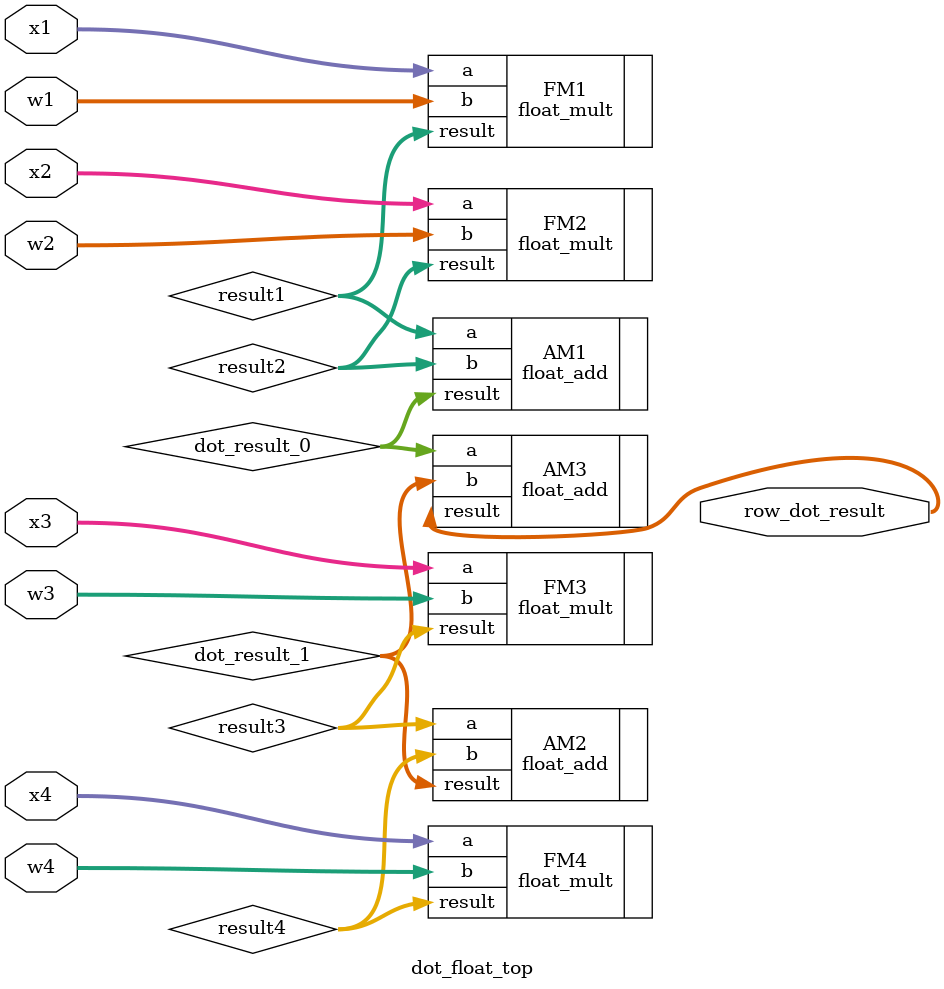
<source format=v>
`timescale 1ns / 1ps
module core_16_top #(
	parameter data_width = 8
)
(
	input clk,
	input rst,
	// Data from USB (dfu) to FPGA
   input [31:0]  dfu_dout,
   input         dfu_empty,
   output reg    dfu_rd_en,
   input         dfu_valid,

   // Data to USB (from FPGA) FIFO
   input         dtu_full,
   output [7:0]  dtu_din,
   output reg    dtu_wr_en,
   input         dtu_wr_ack
    );

	//Packet
	reg  [5:0] coreID;
	reg  [7:0] command;
	reg  [1:0] idx_r;
	reg  [1:0] idx_c;
	reg  [7:0] value;
	
	//States
	reg  [3:0] curr_state, next_state, curr_state_2, next_state_2;
	
	//Flags										
	reg in_ram_din_wren;
	reg w_ram_din_wren;
	reg done_matmul;
	
	//Input_ram variables
	wire [1:0]  input_ram_addr;
	wire [31:0] input_ram_dout;
	wire [31:0] input_ram_din;
	reg  [3:0]  input_ram_wren;
	reg  [31:0] input_pad_data;
	wire [3:0]  decoded_row;
	reg  [7:0]   data_output;
	
	//Weight_ram variables
	wire [31:0] weight_ram_dout;
	wire [31:0] weight_ram_din;
	reg  [3:0]  weight_ram_wren;
	wire [3:0]  weight_ram_addr;
	reg  [31:0] weight_pad_data;
	
	//Result_ram variables
	wire [1:0]    result_ram_addr;
	wire [7:0]    result_ram_din;
	wire [7:0]    result_ram_dout;
	wire          result_ram_wren;
	
	//Matmul variables
	wire  [7:0]    data_0_sel;     
	wire  [7:0]    data_1_sel;
	wire  [7:0]    data_2_sel; 	
	wire  [7:0]    data_3_sel; 
	wire  [7:0]    weight_0_sel;  
	wire  [7:0]    weight_1_sel;
	wire  [7:0]    weight_2_sel; 
	wire  [7:0]    weight_3_sel; 
	
	reg  jump; // Flag
	reg  [7:0] acc_reg;
	wire [7:0] acc;
	reg  start;
	reg  [1:0] delay_counter_reg_1;
	reg  [1:0] delay_counter_reg_2;
	
	reg  reset_counters;
	reg  [3:0]   weight_counter;
	reg  [1:0]   row_counter;
	reg  [1:0]   output_counter;
	
	wire [7:0] row_dot_result;
	reg        delayed_reset;
	
	//instantiations
	input_RAM in_ram (
	  .clka   (clk),      // input clka
	  .wea    (input_ram_wren), // input  [3 : 0] wea
	  .addra  (input_ram_addr), // input  [1 : 0] addra
	  .dina   (input_ram_din),  // input  [31: 0] dina
	  .douta  (input_ram_dout)  // output [31: 0] douta
	);
	
	weight_RAM w_ram (
	  .clka   (clk),      // input clka
	  .wea    (weight_ram_wren), // input  [3 : 0]  wea
	  .addra  (weight_ram_addr), // input  [15 : 0] addra
	  .dina   (weight_ram_din),  // input  [31 : 0] dina
	  .douta  (weight_ram_dout)  // output [31 : 0] douta
	);
	
	out_RAM r_ram (
	  .clka   (clk),      // input clka
	  .wea    (result_ram_wren), // input  [0 : 0] wea
	  .addra  (result_ram_addr), // input  [3 : 0] addra
	  .dina   (result_ram_din),  // input  [7 : 0] dina
	  .douta  (result_ram_dout)  // output [7 : 0] douta
	);

	decoder2to4 decoder2to4(
		.a     (idx_c),
		.b     (decoded_row)
	);
	
	dot_float_top matmul (
		.x1(data_0_sel),
		.w1(weight_0_sel),
		.x2(data_1_sel),
		.w2(weight_1_sel),
		.x3(data_2_sel),
		.w3(weight_2_sel),
		.x4(data_3_sel),
		.w4(weight_3_sel),
		.row_dot_result(row_dot_result)
	);
	
	float_add acc_add (
	  .a(row_dot_result), // input [7 : 0] a
	  .b(acc_reg), // input [7 : 0] b
	  .result(acc) // output [7 : 0] result
	);
	
	//State Variables
	//FSM1
	parameter STATE_RESET             = 4'd0;
   parameter STATE_IDLE              = 4'd1;
   parameter STATE_GET_PACKET        = 4'd2;
   parameter STATE_VER_CMD           = 4'd3;
	parameter STATE_WRITE_IN_DATA_0   = 4'd4;
   parameter STATE_WRITE_IN_DATA_1   = 4'd5;
   parameter STATE_READ_IN_DATA      = 4'd6;
	parameter STATE_WRITE_W_DATA_0    = 4'd8;
	parameter STATE_WRITE_W_DATA_1    = 4'd9;
	parameter STATE_READ_W_DATA       = 4'd10;
	parameter STATE_READ_O_DATA       = 4'd11;
	parameter STATE_MATMUL            = 4'd12;
	
	//FSM2
	parameter STATE_FSM2_RESET             = 4'd0;
	parameter STATE_FSM2_PROCESS           = 4'd1;
	parameter STATE_FSM2_DONE              = 4'd2;
	
	//Assignments
	assign input_ram_din   = input_pad_data;        //Connect input data to din of input RAM
	//assign input_ram_addr  = idx_r;                 //Connect Row index to addr of input RAM
	assign weight_ram_din  = weight_pad_data;
	//assign weight_ram_addr = idx_r;    
	assign dtu_din         = data_output;	         //Connect Read data to input of outgoing FIFO	

	assign data_0_sel      = input_ram_dout [7:0];
	assign data_1_sel      = input_ram_dout [15:8];
	assign data_2_sel      = input_ram_dout [23:16];
	assign data_3_sel      = input_ram_dout [31:24];
	assign weight_0_sel    = weight_ram_dout[7:0];
	assign weight_1_sel    = weight_ram_dout[15:8];			
	assign weight_2_sel    = weight_ram_dout[23:16];
	assign weight_3_sel    = weight_ram_dout[31:24];
	
	
	// Wire output of last add operation straightly to the result RAM
	assign result_ram_din  = acc_reg;
	// Multiplexing wires to address ports of the RAMs
	assign result_ram_addr = (curr_state_2 == STATE_FSM2_PROCESS)? output_counter : idx_r;
	assign input_ram_addr  = (curr_state_2 == STATE_FSM2_PROCESS)? row_counter    : idx_r;
	assign weight_ram_addr = (curr_state_2 == STATE_FSM2_PROCESS)? weight_counter : idx_r;

	//FSM Driver
	always @(posedge rst or posedge clk) begin
      if (rst) begin
         curr_state    <= STATE_RESET;
			curr_state_2  <= STATE_FSM2_RESET;
      end else begin 
			curr_state_2  <= next_state_2;
			curr_state    <= next_state;
      end
   end


	//FSM 1 (Write/Read of input/weight RAMs)
	always @(*) begin
      
		start             = 0;
      dfu_rd_en         = 0;
      in_ram_din_wren   = 0;
		w_ram_din_wren    = 0;
      input_ram_wren    = 0;
		weight_ram_wren   = 0;
      dtu_wr_en         = 0;
		data_output       = 0;
      next_state        = curr_state;

      case(curr_state)
         STATE_RESET: begin
            next_state = STATE_IDLE;
         end
			
         STATE_IDLE: begin
				if(~dfu_empty)begin 
					dfu_rd_en  = 1;
					next_state = STATE_GET_PACKET;
				end
         end
			
			/*
			Packet segmentated at this state.
			Information of packet available at the next.
			*/
         STATE_GET_PACKET: begin
               next_state = STATE_VER_CMD;
         end
         
			STATE_VER_CMD: begin
				if (command == 8'd255) 
					next_state = STATE_WRITE_IN_DATA_0;
				else if (command == 8'd240)
					next_state = STATE_WRITE_W_DATA_0;
				else if (command == 8'd15)
					next_state = STATE_READ_IN_DATA;		
				else if (command == 8'd0)
					next_state = STATE_READ_W_DATA;
				else if (command == 8'd170)
					next_state = STATE_READ_O_DATA;
				else begin 
					start = 1;
					next_state = STATE_MATMUL;
				end

			end
			
         // Write Process (Input) starts here
         STATE_WRITE_IN_DATA_0: begin
				in_ram_din_wren = 1;
            next_state   = STATE_WRITE_IN_DATA_1;
         end

			STATE_WRITE_IN_DATA_1: begin 				         		
				input_ram_wren     = decoded_row;
				next_state         = STATE_IDLE;
			end
         
         // Write Process (Weight) starts here
         STATE_WRITE_W_DATA_0: begin
				w_ram_din_wren = 1;
            next_state     = STATE_WRITE_W_DATA_1;
         end
			
			STATE_WRITE_W_DATA_1: begin 				         		
				weight_ram_wren     = decoded_row;
				next_state          = STATE_IDLE;
			end			
         
			// Read Process (Input) starts here
         STATE_READ_IN_DATA: begin
            if (~dtu_full) begin
					data_output   = input_ram_dout[(idx_c + 1)*8-1 -: 8];
               dtu_wr_en     = 1;
               next_state    = STATE_IDLE;
            end
         end
			
			// Read Process (Weight) starts here
			STATE_READ_W_DATA: begin
            if (~dtu_full) begin
					data_output   = weight_ram_dout[(idx_c + 1)*8-1 -: 8];
               dtu_wr_en     = 1;
               next_state    = STATE_IDLE;
            end
         end
			
			STATE_READ_O_DATA: begin
            if (~dtu_full) begin
					data_output   = result_ram_dout;
               dtu_wr_en     = 1;
               next_state    = STATE_IDLE;
            end
         end
         
			/*
			Not sure how to control the flag signal in order to make sure this FSM 
			is halted while the other is running and vice versa.
			*/
			STATE_MATMUL: begin 
				if(done_matmul)begin
					next_state = STATE_IDLE;
				end
			end
			
         default: next_state = STATE_RESET;
      endcase
   end
	
	/*
	Segmentate packet data into respective component registers.
	*/
	always @(posedge clk) begin 
		if (curr_state == STATE_GET_PACKET)begin 
			coreID  <= dfu_dout[31:26];
			command <= dfu_dout[25:18];
			idx_r   <= dfu_dout[17:16];
			idx_c   <= dfu_dout[15:8];
			value   <= dfu_dout[7:0];	
		end
	end
	
	
	/*
	Write input/weight data to padded variables when flag is high.
	*/
	always @(posedge rst or posedge clk) begin
      if (rst) begin
         input_pad_data <= 32'd0;
			weight_pad_data <= 32'd0;
      end else if (in_ram_din_wren) begin 
			input_pad_data <= 32'd0;
			input_pad_data [(idx_c + 1)*data_width-1 -: 8] <= value;
		end else if (w_ram_din_wren) begin
			weight_pad_data <= 32'd0;
			weight_pad_data [(idx_c + 1)*data_width-1 -: 8] <= value;
		end
   end

	//FSM 2 (MATMUL operation)
	always @* begin 
		start_counters  = 0;
		reset_counters  = 0;
		done_matmul     = 0;
		next_state_2    = curr_state_2;
		
		case(curr_state_2) 
			
			STATE_FSM2_RESET: begin
				if(start)begin
					reset_counters = 1;
					next_state_2 = STATE_FSM2_PROCESS;
				end
         end

			STATE_FSM2_PROCESS: begin 
				
				start_counters = 1;
				
				//jump is the flag that signals the FSM to go to the done state
				if(jump == 1) begin 
					next_state_2 = STATE_FSM2_DONE;
				end

			end
			
			//Raises the flag to un-freeze FSM 1 
			STATE_FSM2_DONE: begin 
				done_matmul  = 1;
				next_state_2 = STATE_FSM2_RESET;
			end
			
			default: next_state_2 = STATE_FSM2_RESET;
			
		endcase
	end
	
	reg start_counters;
	
	//Weight RAM counter
	always @ (posedge clk) begin 
		if(reset_counters | weight_counter == 15)begin 
			weight_counter <= 0;
		end else if (start_counters) begin 
			weight_counter <= weight_counter + 1;
		end
	end
	
	always @ (posedge clk) begin 
		if (weight_counter == 15) begin 
			jump           <= 1;
		end else begin 
			jump           <= 0;
		end
	end
	
	always @ (posedge clk)begin 
		delayed_reset <= reset_counters;
	end
	
	//Input RAM counter
	always @ (posedge clk or posedge rst) begin 
		if(reset_counters | rst) begin 
			row_counter <= 0;
			delay_counter_reg_1 <=3;
			delay_counter_reg_2 <=2;
		end else if(row_counter == 3) begin 
			row_counter <= 0;
			delay_counter_reg_1 <= row_counter;
			delay_counter_reg_2 <= delay_counter_reg_1;
		end else if (start_counters) begin 
			row_counter <= row_counter + 1;
			delay_counter_reg_1 <= row_counter;
			delay_counter_reg_2 <= delay_counter_reg_1;
		end
	end
	
//	// Counter that has an offset of 2 compared to row counter
//	wire [1:0] delayed2_input_counter = {delay_counter_reg[1][0], delay_counter_reg[0][0]};
//	// Counter that has an offset of 1 compared to row counter
//	wire [1:0] delayed1_input_counter = {delay_counter_reg[1][1], delay_counter_reg[0][1]};
	// When delayed counter reaches 3, enable write enable of the result RAM
	assign result_ram_wren = (delay_counter_reg_1 == 3);
	
	always @ (posedge clk) begin 
		if(delayed_reset) begin // Reset after whole process 
			output_counter <= 0;
		end else if (delay_counter_reg_1 == 3) begin //Increment condition (dependent on delayed clock)
			output_counter <= output_counter + 1;
		end else begin 
			output_counter <= output_counter;
		end
	end

	
	//acc update
	always @ (posedge clk) begin 	
		if(reset_counters | delay_counter_reg_1 == 3)begin 
			acc_reg <= 0;
		end else begin 
			acc_reg <= acc; // acc_reg = acc + row_dot_result
		end 
	end

endmodule


// Decoder Module
module decoder2to4(a, b) ;
	parameter n=2 ;
	parameter m=4 ;

	input  [n-1:0] a ;
	output [m-1:0] b ;

	wire [m-1:0] b = 1<<a ;
endmodule

// MATMUL Module
module dot_float_top(
	input  [7:0] x1, w1, x2, w2, x3, w3, x4, w4,
	output [7:0] row_dot_result
    );

	wire [7:0] result1, result2, result3, result4, dot_result_0, dot_result_1;

	float_mult FM1 (
	  .a(x1), // input [7 : 0] a
	  .b(w1), // input [7 : 0] b
	  .result(result1) // output [7 : 0] result
	);
	
	float_mult FM2 (
	  .a(x2), // input [7 : 0] a
	  .b(w2), // input [7 : 0] b
	  .result(result2) // output [7 : 0] result
	);
	
	float_mult FM3 (
	  .a(x3), // input [7 : 0] a
	  .b(w3), // input [7 : 0] b
	  .result(result3) // output [7 : 0] result
	);
	
	float_mult FM4 (
	  .a(x4), // input [7 : 0] a
	  .b(w4), // input [7 : 0] b
	  .result(result4) // output [7 : 0] result
	);
	
	float_add AM1 (
	  .a(result1), // input [7 : 0] a
	  .b(result2), // input [7 : 0] b
	  .result(dot_result_0) // output [7 : 0] result
	);
	
	float_add AM2 (
	  .a(result3), // input [7 : 0] a
	  .b(result4), // input [7 : 0] b
	  .result(dot_result_1) // output [7 : 0] result
	);
	
	float_add AM3 (
	  .a(dot_result_0), // input [7 : 0] a
	  .b(dot_result_1), // input [7 : 0] b
	  .result(row_dot_result) // output [7 : 0] result
	);

endmodule

</source>
